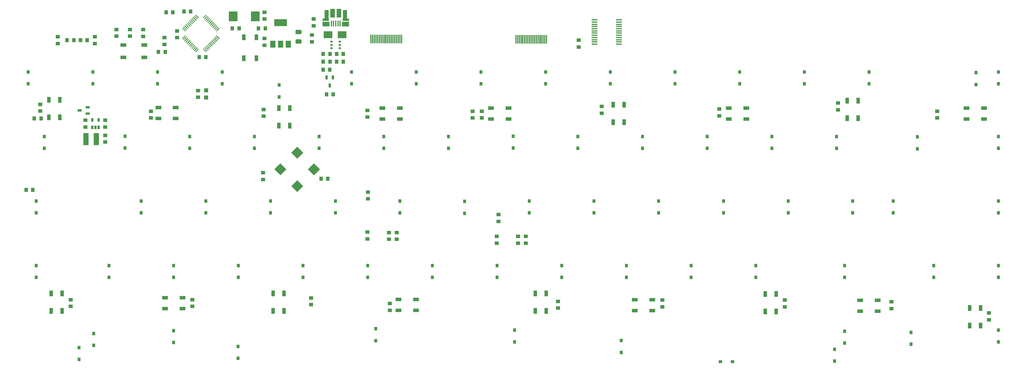
<source format=gbp>
G04 #@! TF.GenerationSoftware,KiCad,Pcbnew,6.0.0-rc1-unknown-ba8647f~66~ubuntu18.04.1*
G04 #@! TF.CreationDate,2018-09-16T18:21:36-07:00*
G04 #@! TF.ProjectId,TS65,545336352E6B696361645F7063620000,0.7*
G04 #@! TF.SameCoordinates,Original*
G04 #@! TF.FileFunction,Paste,Bot*
G04 #@! TF.FilePolarity,Positive*
%FSLAX46Y46*%
G04 Gerber Fmt 4.6, Leading zero omitted, Abs format (unit mm)*
G04 Created by KiCad (PCBNEW 6.0.0-rc1-unknown-ba8647f~66~ubuntu18.04.1) date Sun Sep 16 18:21:36 2018*
%MOMM*%
%LPD*%
G01*
G04 APERTURE LIST*
%ADD10C,0.150000*%
%ADD11C,1.250000*%
%ADD12R,1.200000X0.800100*%
%ADD13R,0.300000X2.600000*%
%ADD14R,1.000000X1.250000*%
%ADD15R,1.250000X1.000000*%
%ADD16R,2.500000X3.000000*%
%ADD17C,0.250000*%
%ADD18R,1.500000X2.000000*%
%ADD19R,3.800000X2.000000*%
%ADD20R,1.800000X1.100000*%
%ADD21R,0.800100X1.200000*%
%ADD22R,0.850900X1.000760*%
%ADD23R,1.000760X0.850900*%
%ADD24R,1.000000X1.651000*%
%ADD25R,1.651000X1.000000*%
%ADD26C,2.500000*%
%ADD27R,2.651760X2.029460*%
%ADD28R,1.500000X3.600000*%
%ADD29R,1.198880X1.198880*%
%ADD30R,1.100000X1.800000*%
%ADD31R,1.750000X0.450000*%
%ADD32R,0.800000X0.550000*%
%ADD33R,0.650000X1.060000*%
%ADD34R,0.400000X1.750000*%
%ADD35R,2.000000X1.400000*%
%ADD36R,1.300000X3.250000*%
%ADD37R,1.825000X0.700000*%
%ADD38R,1.425000X2.500000*%
G04 APERTURE END LIST*
D10*
G04 #@! TO.C,C2*
G36*
X165356504Y-77107204D02*
X165380773Y-77110804D01*
X165404571Y-77116765D01*
X165427671Y-77125030D01*
X165449849Y-77135520D01*
X165470893Y-77148133D01*
X165490598Y-77162747D01*
X165508777Y-77179223D01*
X165525253Y-77197402D01*
X165539867Y-77217107D01*
X165552480Y-77238151D01*
X165562970Y-77260329D01*
X165571235Y-77283429D01*
X165577196Y-77307227D01*
X165580796Y-77331496D01*
X165582000Y-77356000D01*
X165582000Y-78106000D01*
X165580796Y-78130504D01*
X165577196Y-78154773D01*
X165571235Y-78178571D01*
X165562970Y-78201671D01*
X165552480Y-78223849D01*
X165539867Y-78244893D01*
X165525253Y-78264598D01*
X165508777Y-78282777D01*
X165490598Y-78299253D01*
X165470893Y-78313867D01*
X165449849Y-78326480D01*
X165427671Y-78336970D01*
X165404571Y-78345235D01*
X165380773Y-78351196D01*
X165356504Y-78354796D01*
X165332000Y-78356000D01*
X164082000Y-78356000D01*
X164057496Y-78354796D01*
X164033227Y-78351196D01*
X164009429Y-78345235D01*
X163986329Y-78336970D01*
X163964151Y-78326480D01*
X163943107Y-78313867D01*
X163923402Y-78299253D01*
X163905223Y-78282777D01*
X163888747Y-78264598D01*
X163874133Y-78244893D01*
X163861520Y-78223849D01*
X163851030Y-78201671D01*
X163842765Y-78178571D01*
X163836804Y-78154773D01*
X163833204Y-78130504D01*
X163832000Y-78106000D01*
X163832000Y-77356000D01*
X163833204Y-77331496D01*
X163836804Y-77307227D01*
X163842765Y-77283429D01*
X163851030Y-77260329D01*
X163861520Y-77238151D01*
X163874133Y-77217107D01*
X163888747Y-77197402D01*
X163905223Y-77179223D01*
X163923402Y-77162747D01*
X163943107Y-77148133D01*
X163964151Y-77135520D01*
X163986329Y-77125030D01*
X164009429Y-77116765D01*
X164033227Y-77110804D01*
X164057496Y-77107204D01*
X164082000Y-77106000D01*
X165332000Y-77106000D01*
X165356504Y-77107204D01*
X165356504Y-77107204D01*
G37*
D11*
X164707000Y-77731000D03*
D10*
G36*
X165356504Y-74307204D02*
X165380773Y-74310804D01*
X165404571Y-74316765D01*
X165427671Y-74325030D01*
X165449849Y-74335520D01*
X165470893Y-74348133D01*
X165490598Y-74362747D01*
X165508777Y-74379223D01*
X165525253Y-74397402D01*
X165539867Y-74417107D01*
X165552480Y-74438151D01*
X165562970Y-74460329D01*
X165571235Y-74483429D01*
X165577196Y-74507227D01*
X165580796Y-74531496D01*
X165582000Y-74556000D01*
X165582000Y-75306000D01*
X165580796Y-75330504D01*
X165577196Y-75354773D01*
X165571235Y-75378571D01*
X165562970Y-75401671D01*
X165552480Y-75423849D01*
X165539867Y-75444893D01*
X165525253Y-75464598D01*
X165508777Y-75482777D01*
X165490598Y-75499253D01*
X165470893Y-75513867D01*
X165449849Y-75526480D01*
X165427671Y-75536970D01*
X165404571Y-75545235D01*
X165380773Y-75551196D01*
X165356504Y-75554796D01*
X165332000Y-75556000D01*
X164082000Y-75556000D01*
X164057496Y-75554796D01*
X164033227Y-75551196D01*
X164009429Y-75545235D01*
X163986329Y-75536970D01*
X163964151Y-75526480D01*
X163943107Y-75513867D01*
X163923402Y-75499253D01*
X163905223Y-75482777D01*
X163888747Y-75464598D01*
X163874133Y-75444893D01*
X163861520Y-75423849D01*
X163851030Y-75401671D01*
X163842765Y-75378571D01*
X163836804Y-75354773D01*
X163833204Y-75330504D01*
X163832000Y-75306000D01*
X163832000Y-74556000D01*
X163833204Y-74531496D01*
X163836804Y-74507227D01*
X163842765Y-74483429D01*
X163851030Y-74460329D01*
X163861520Y-74438151D01*
X163874133Y-74417107D01*
X163888747Y-74397402D01*
X163905223Y-74379223D01*
X163923402Y-74362747D01*
X163943107Y-74348133D01*
X163964151Y-74335520D01*
X163986329Y-74325030D01*
X164009429Y-74316765D01*
X164033227Y-74310804D01*
X164057496Y-74307204D01*
X164082000Y-74306000D01*
X165332000Y-74306000D01*
X165356504Y-74307204D01*
X165356504Y-74307204D01*
G37*
D11*
X164707000Y-74931000D03*
G04 #@! TD*
D12*
G04 #@! TO.C,Q2*
X100255860Y-98081000D03*
X102658140Y-99031000D03*
X102658140Y-97131000D03*
G04 #@! TD*
D13*
G04 #@! TO.C,J3*
X195047000Y-77031000D03*
X194547000Y-77031000D03*
X194047000Y-77031000D03*
X193547000Y-77031000D03*
X193047000Y-77031000D03*
X192547000Y-77031000D03*
X192047000Y-77031000D03*
X191547000Y-77031000D03*
X191047000Y-77031000D03*
X186047000Y-77031000D03*
X186547000Y-77031000D03*
X187047000Y-77031000D03*
X187547000Y-77031000D03*
X188047000Y-77031000D03*
X188547000Y-77031000D03*
X189047000Y-77031000D03*
X189547000Y-77031000D03*
X190047000Y-77031000D03*
X190547000Y-77031000D03*
G04 #@! TD*
G04 #@! TO.C,J2*
X237767000Y-77051000D03*
X237267000Y-77051000D03*
X236767000Y-77051000D03*
X236267000Y-77051000D03*
X235767000Y-77051000D03*
X235267000Y-77051000D03*
X234767000Y-77051000D03*
X234267000Y-77051000D03*
X233767000Y-77051000D03*
X228767000Y-77051000D03*
X229267000Y-77051000D03*
X229767000Y-77051000D03*
X230267000Y-77051000D03*
X230767000Y-77051000D03*
X231267000Y-77051000D03*
X231767000Y-77051000D03*
X232267000Y-77051000D03*
X232767000Y-77051000D03*
X233267000Y-77051000D03*
G04 #@! TD*
D14*
G04 #@! TO.C,R9*
X125457000Y-80831000D03*
X123457000Y-80831000D03*
G04 #@! TD*
D15*
G04 #@! TO.C,R8*
X125207000Y-78581000D03*
X125207000Y-76581000D03*
G04 #@! TD*
D16*
G04 #@! TO.C,Y1*
X151957000Y-70331000D03*
X145457000Y-70331000D03*
G04 #@! TD*
D17*
G04 #@! TO.C,U7*
X134825629Y-70310542D03*
D10*
G36*
X135373637Y-70681773D02*
X135196860Y-70858550D01*
X134277621Y-69939311D01*
X134454398Y-69762534D01*
X135373637Y-70681773D01*
X135373637Y-70681773D01*
G37*
D17*
X134472076Y-70664095D03*
D10*
G36*
X135020084Y-71035326D02*
X134843307Y-71212103D01*
X133924068Y-70292864D01*
X134100845Y-70116087D01*
X135020084Y-71035326D01*
X135020084Y-71035326D01*
G37*
D17*
X134118522Y-71017649D03*
D10*
G36*
X134666530Y-71388880D02*
X134489753Y-71565657D01*
X133570514Y-70646418D01*
X133747291Y-70469641D01*
X134666530Y-71388880D01*
X134666530Y-71388880D01*
G37*
D17*
X133764969Y-71371202D03*
D10*
G36*
X134312977Y-71742433D02*
X134136200Y-71919210D01*
X133216961Y-70999971D01*
X133393738Y-70823194D01*
X134312977Y-71742433D01*
X134312977Y-71742433D01*
G37*
D17*
X133411416Y-71724755D03*
D10*
G36*
X133959424Y-72095986D02*
X133782647Y-72272763D01*
X132863408Y-71353524D01*
X133040185Y-71176747D01*
X133959424Y-72095986D01*
X133959424Y-72095986D01*
G37*
D17*
X133057862Y-72078309D03*
D10*
G36*
X133605870Y-72449540D02*
X133429093Y-72626317D01*
X132509854Y-71707078D01*
X132686631Y-71530301D01*
X133605870Y-72449540D01*
X133605870Y-72449540D01*
G37*
D17*
X132704309Y-72431862D03*
D10*
G36*
X133252317Y-72803093D02*
X133075540Y-72979870D01*
X132156301Y-72060631D01*
X132333078Y-71883854D01*
X133252317Y-72803093D01*
X133252317Y-72803093D01*
G37*
D17*
X132350755Y-72785416D03*
D10*
G36*
X132898763Y-73156647D02*
X132721986Y-73333424D01*
X131802747Y-72414185D01*
X131979524Y-72237408D01*
X132898763Y-73156647D01*
X132898763Y-73156647D01*
G37*
D17*
X131997202Y-73138969D03*
D10*
G36*
X132545210Y-73510200D02*
X132368433Y-73686977D01*
X131449194Y-72767738D01*
X131625971Y-72590961D01*
X132545210Y-73510200D01*
X132545210Y-73510200D01*
G37*
D17*
X131643649Y-73492522D03*
D10*
G36*
X132191657Y-73863753D02*
X132014880Y-74040530D01*
X131095641Y-73121291D01*
X131272418Y-72944514D01*
X132191657Y-73863753D01*
X132191657Y-73863753D01*
G37*
D17*
X131290095Y-73846076D03*
D10*
G36*
X131838103Y-74217307D02*
X131661326Y-74394084D01*
X130742087Y-73474845D01*
X130918864Y-73298068D01*
X131838103Y-74217307D01*
X131838103Y-74217307D01*
G37*
D17*
X130936542Y-74199629D03*
D10*
G36*
X131484550Y-74570860D02*
X131307773Y-74747637D01*
X130388534Y-73828398D01*
X130565311Y-73651621D01*
X131484550Y-74570860D01*
X131484550Y-74570860D01*
G37*
D17*
X130936542Y-76462371D03*
D10*
G36*
X131307773Y-75914363D02*
X131484550Y-76091140D01*
X130565311Y-77010379D01*
X130388534Y-76833602D01*
X131307773Y-75914363D01*
X131307773Y-75914363D01*
G37*
D17*
X131290095Y-76815924D03*
D10*
G36*
X131661326Y-76267916D02*
X131838103Y-76444693D01*
X130918864Y-77363932D01*
X130742087Y-77187155D01*
X131661326Y-76267916D01*
X131661326Y-76267916D01*
G37*
D17*
X131643649Y-77169478D03*
D10*
G36*
X132014880Y-76621470D02*
X132191657Y-76798247D01*
X131272418Y-77717486D01*
X131095641Y-77540709D01*
X132014880Y-76621470D01*
X132014880Y-76621470D01*
G37*
D17*
X131997202Y-77523031D03*
D10*
G36*
X132368433Y-76975023D02*
X132545210Y-77151800D01*
X131625971Y-78071039D01*
X131449194Y-77894262D01*
X132368433Y-76975023D01*
X132368433Y-76975023D01*
G37*
D17*
X132350755Y-77876584D03*
D10*
G36*
X132721986Y-77328576D02*
X132898763Y-77505353D01*
X131979524Y-78424592D01*
X131802747Y-78247815D01*
X132721986Y-77328576D01*
X132721986Y-77328576D01*
G37*
D17*
X132704309Y-78230138D03*
D10*
G36*
X133075540Y-77682130D02*
X133252317Y-77858907D01*
X132333078Y-78778146D01*
X132156301Y-78601369D01*
X133075540Y-77682130D01*
X133075540Y-77682130D01*
G37*
D17*
X133057862Y-78583691D03*
D10*
G36*
X133429093Y-78035683D02*
X133605870Y-78212460D01*
X132686631Y-79131699D01*
X132509854Y-78954922D01*
X133429093Y-78035683D01*
X133429093Y-78035683D01*
G37*
D17*
X133411416Y-78937245D03*
D10*
G36*
X133782647Y-78389237D02*
X133959424Y-78566014D01*
X133040185Y-79485253D01*
X132863408Y-79308476D01*
X133782647Y-78389237D01*
X133782647Y-78389237D01*
G37*
D17*
X133764969Y-79290798D03*
D10*
G36*
X134136200Y-78742790D02*
X134312977Y-78919567D01*
X133393738Y-79838806D01*
X133216961Y-79662029D01*
X134136200Y-78742790D01*
X134136200Y-78742790D01*
G37*
D17*
X134118522Y-79644351D03*
D10*
G36*
X134489753Y-79096343D02*
X134666530Y-79273120D01*
X133747291Y-80192359D01*
X133570514Y-80015582D01*
X134489753Y-79096343D01*
X134489753Y-79096343D01*
G37*
D17*
X134472076Y-79997905D03*
D10*
G36*
X134843307Y-79449897D02*
X135020084Y-79626674D01*
X134100845Y-80545913D01*
X133924068Y-80369136D01*
X134843307Y-79449897D01*
X134843307Y-79449897D01*
G37*
D17*
X134825629Y-80351458D03*
D10*
G36*
X135196860Y-79803450D02*
X135373637Y-79980227D01*
X134454398Y-80899466D01*
X134277621Y-80722689D01*
X135196860Y-79803450D01*
X135196860Y-79803450D01*
G37*
D17*
X137088371Y-80351458D03*
D10*
G36*
X137636379Y-80722689D02*
X137459602Y-80899466D01*
X136540363Y-79980227D01*
X136717140Y-79803450D01*
X137636379Y-80722689D01*
X137636379Y-80722689D01*
G37*
D17*
X137441924Y-79997905D03*
D10*
G36*
X137989932Y-80369136D02*
X137813155Y-80545913D01*
X136893916Y-79626674D01*
X137070693Y-79449897D01*
X137989932Y-80369136D01*
X137989932Y-80369136D01*
G37*
D17*
X137795478Y-79644351D03*
D10*
G36*
X138343486Y-80015582D02*
X138166709Y-80192359D01*
X137247470Y-79273120D01*
X137424247Y-79096343D01*
X138343486Y-80015582D01*
X138343486Y-80015582D01*
G37*
D17*
X138149031Y-79290798D03*
D10*
G36*
X138697039Y-79662029D02*
X138520262Y-79838806D01*
X137601023Y-78919567D01*
X137777800Y-78742790D01*
X138697039Y-79662029D01*
X138697039Y-79662029D01*
G37*
D17*
X138502584Y-78937245D03*
D10*
G36*
X139050592Y-79308476D02*
X138873815Y-79485253D01*
X137954576Y-78566014D01*
X138131353Y-78389237D01*
X139050592Y-79308476D01*
X139050592Y-79308476D01*
G37*
D17*
X138856138Y-78583691D03*
D10*
G36*
X139404146Y-78954922D02*
X139227369Y-79131699D01*
X138308130Y-78212460D01*
X138484907Y-78035683D01*
X139404146Y-78954922D01*
X139404146Y-78954922D01*
G37*
D17*
X139209691Y-78230138D03*
D10*
G36*
X139757699Y-78601369D02*
X139580922Y-78778146D01*
X138661683Y-77858907D01*
X138838460Y-77682130D01*
X139757699Y-78601369D01*
X139757699Y-78601369D01*
G37*
D17*
X139563245Y-77876584D03*
D10*
G36*
X140111253Y-78247815D02*
X139934476Y-78424592D01*
X139015237Y-77505353D01*
X139192014Y-77328576D01*
X140111253Y-78247815D01*
X140111253Y-78247815D01*
G37*
D17*
X139916798Y-77523031D03*
D10*
G36*
X140464806Y-77894262D02*
X140288029Y-78071039D01*
X139368790Y-77151800D01*
X139545567Y-76975023D01*
X140464806Y-77894262D01*
X140464806Y-77894262D01*
G37*
D17*
X140270351Y-77169478D03*
D10*
G36*
X140818359Y-77540709D02*
X140641582Y-77717486D01*
X139722343Y-76798247D01*
X139899120Y-76621470D01*
X140818359Y-77540709D01*
X140818359Y-77540709D01*
G37*
D17*
X140623905Y-76815924D03*
D10*
G36*
X141171913Y-77187155D02*
X140995136Y-77363932D01*
X140075897Y-76444693D01*
X140252674Y-76267916D01*
X141171913Y-77187155D01*
X141171913Y-77187155D01*
G37*
D17*
X140977458Y-76462371D03*
D10*
G36*
X141525466Y-76833602D02*
X141348689Y-77010379D01*
X140429450Y-76091140D01*
X140606227Y-75914363D01*
X141525466Y-76833602D01*
X141525466Y-76833602D01*
G37*
D17*
X140977458Y-74199629D03*
D10*
G36*
X141348689Y-73651621D02*
X141525466Y-73828398D01*
X140606227Y-74747637D01*
X140429450Y-74570860D01*
X141348689Y-73651621D01*
X141348689Y-73651621D01*
G37*
D17*
X140623905Y-73846076D03*
D10*
G36*
X140995136Y-73298068D02*
X141171913Y-73474845D01*
X140252674Y-74394084D01*
X140075897Y-74217307D01*
X140995136Y-73298068D01*
X140995136Y-73298068D01*
G37*
D17*
X140270351Y-73492522D03*
D10*
G36*
X140641582Y-72944514D02*
X140818359Y-73121291D01*
X139899120Y-74040530D01*
X139722343Y-73863753D01*
X140641582Y-72944514D01*
X140641582Y-72944514D01*
G37*
D17*
X139916798Y-73138969D03*
D10*
G36*
X140288029Y-72590961D02*
X140464806Y-72767738D01*
X139545567Y-73686977D01*
X139368790Y-73510200D01*
X140288029Y-72590961D01*
X140288029Y-72590961D01*
G37*
D17*
X139563245Y-72785416D03*
D10*
G36*
X139934476Y-72237408D02*
X140111253Y-72414185D01*
X139192014Y-73333424D01*
X139015237Y-73156647D01*
X139934476Y-72237408D01*
X139934476Y-72237408D01*
G37*
D17*
X139209691Y-72431862D03*
D10*
G36*
X139580922Y-71883854D02*
X139757699Y-72060631D01*
X138838460Y-72979870D01*
X138661683Y-72803093D01*
X139580922Y-71883854D01*
X139580922Y-71883854D01*
G37*
D17*
X138856138Y-72078309D03*
D10*
G36*
X139227369Y-71530301D02*
X139404146Y-71707078D01*
X138484907Y-72626317D01*
X138308130Y-72449540D01*
X139227369Y-71530301D01*
X139227369Y-71530301D01*
G37*
D17*
X138502584Y-71724755D03*
D10*
G36*
X138873815Y-71176747D02*
X139050592Y-71353524D01*
X138131353Y-72272763D01*
X137954576Y-72095986D01*
X138873815Y-71176747D01*
X138873815Y-71176747D01*
G37*
D17*
X138149031Y-71371202D03*
D10*
G36*
X138520262Y-70823194D02*
X138697039Y-70999971D01*
X137777800Y-71919210D01*
X137601023Y-71742433D01*
X138520262Y-70823194D01*
X138520262Y-70823194D01*
G37*
D17*
X137795478Y-71017649D03*
D10*
G36*
X138166709Y-70469641D02*
X138343486Y-70646418D01*
X137424247Y-71565657D01*
X137247470Y-71388880D01*
X138166709Y-70469641D01*
X138166709Y-70469641D01*
G37*
D17*
X137441924Y-70664095D03*
D10*
G36*
X137813155Y-70116087D02*
X137989932Y-70292864D01*
X137070693Y-71212103D01*
X136893916Y-71035326D01*
X137813155Y-70116087D01*
X137813155Y-70116087D01*
G37*
D17*
X137088371Y-70310542D03*
D10*
G36*
X137459602Y-69762534D02*
X137636379Y-69939311D01*
X136717140Y-70858550D01*
X136540363Y-70681773D01*
X137459602Y-69762534D01*
X137459602Y-69762534D01*
G37*
G04 #@! TD*
D18*
G04 #@! TO.C,U6*
X161757000Y-78481000D03*
X157157000Y-78481000D03*
X159457000Y-78481000D03*
D19*
X159457000Y-72181000D03*
G04 #@! TD*
D20*
G04 #@! TO.C,S3*
X119307000Y-78731000D03*
X119307000Y-82431000D03*
X113107000Y-78731000D03*
X113107000Y-82431000D03*
G04 #@! TD*
D14*
G04 #@! TO.C,R7*
X125707000Y-69081000D03*
X127707000Y-69081000D03*
G04 #@! TD*
D15*
G04 #@! TO.C,R6*
X168707000Y-75831000D03*
X168707000Y-77831000D03*
G04 #@! TD*
G04 #@! TO.C,R5*
X169207000Y-73081000D03*
X169207000Y-71081000D03*
G04 #@! TD*
D14*
G04 #@! TO.C,R2*
X172957000Y-93331000D03*
X174957000Y-93331000D03*
G04 #@! TD*
G04 #@! TO.C,R1*
X173957000Y-86081000D03*
X171957000Y-86081000D03*
G04 #@! TD*
D21*
G04 #@! TO.C,Q1*
X173907000Y-90733280D03*
X174857000Y-88331000D03*
X172957000Y-88331000D03*
G04 #@! TD*
D14*
G04 #@! TO.C,C9*
X132957000Y-68831000D03*
X130957000Y-68831000D03*
G04 #@! TD*
D15*
G04 #@! TO.C,C7*
X128957000Y-74581000D03*
X128957000Y-76581000D03*
G04 #@! TD*
D14*
G04 #@! TO.C,C5*
X135457000Y-82331000D03*
X137457000Y-82331000D03*
G04 #@! TD*
G04 #@! TO.C,C4*
X145207000Y-73831000D03*
X147207000Y-73831000D03*
G04 #@! TD*
D15*
G04 #@! TO.C,C3*
X154707000Y-71081000D03*
X154707000Y-69081000D03*
G04 #@! TD*
D22*
G04 #@! TO.C,D1:5*
X159004000Y-90576400D03*
X159004000Y-94076520D03*
G04 #@! TD*
G04 #@! TO.C,D3:1*
X87446100Y-128320800D03*
X87446100Y-124820680D03*
G04 #@! TD*
G04 #@! TO.C,D3:2*
X118403100Y-128320800D03*
X118403100Y-124820680D03*
G04 #@! TD*
G04 #@! TO.C,D3:3*
X137453100Y-128320800D03*
X137453100Y-124820680D03*
G04 #@! TD*
G04 #@! TO.C,D3:4*
X156503100Y-128320800D03*
X156503100Y-124820680D03*
G04 #@! TD*
G04 #@! TO.C,D3:5*
X175569100Y-128320800D03*
X175569100Y-124820680D03*
G04 #@! TD*
G04 #@! TO.C,D3:6*
X194602100Y-128320800D03*
X194602100Y-124820680D03*
G04 #@! TD*
G04 #@! TO.C,D2:1*
X89829100Y-109270800D03*
X89829100Y-105770680D03*
G04 #@! TD*
G04 #@! TO.C,D2:2*
X113640100Y-109200800D03*
X113640100Y-105700680D03*
G04 #@! TD*
G04 #@! TO.C,D2:3*
X132690100Y-109270800D03*
X132690100Y-105770680D03*
G04 #@! TD*
G04 #@! TO.C,D2:5*
X170790100Y-109270800D03*
X170790100Y-105770680D03*
G04 #@! TD*
G04 #@! TO.C,D2:6*
X189836100Y-109270800D03*
X189836100Y-105770680D03*
G04 #@! TD*
G04 #@! TO.C,D1:1*
X85064600Y-90220800D03*
X85064600Y-86720680D03*
G04 #@! TD*
G04 #@! TO.C,D1:2*
X104114600Y-90220800D03*
X104114600Y-86720680D03*
G04 #@! TD*
G04 #@! TO.C,D1:6*
X180315100Y-90220800D03*
X180315100Y-86720680D03*
G04 #@! TD*
G04 #@! TO.C,D1:4*
X142214600Y-90220800D03*
X142214600Y-86720680D03*
G04 #@! TD*
G04 #@! TO.C,D1:3*
X123164600Y-90220800D03*
X123164600Y-86720680D03*
G04 #@! TD*
G04 #@! TO.C,D2:4*
X151740100Y-109270800D03*
X151740100Y-105770680D03*
G04 #@! TD*
G04 #@! TO.C,D5:1*
X100076000Y-171582080D03*
X100076000Y-168081960D03*
G04 #@! TD*
G04 #@! TO.C,D5:2*
X104394000Y-167449500D03*
X104394000Y-163949380D03*
G04 #@! TD*
G04 #@! TO.C,D5:3*
X127914400Y-166611300D03*
X127914400Y-163111180D03*
G04 #@! TD*
G04 #@! TO.C,D5:4*
X146926300Y-171213780D03*
X146926300Y-167713660D03*
G04 #@! TD*
G04 #@! TO.C,D5:5*
X187490100Y-166039800D03*
X187490100Y-162539680D03*
G04 #@! TD*
G04 #@! TO.C,D1:7*
X199365100Y-90220800D03*
X199365100Y-86720680D03*
G04 #@! TD*
G04 #@! TO.C,D4:1*
X87446100Y-147370800D03*
X87446100Y-143870680D03*
G04 #@! TD*
G04 #@! TO.C,D4:2*
X108879100Y-147370800D03*
X108879100Y-143870680D03*
G04 #@! TD*
G04 #@! TO.C,D4:3*
X127927100Y-147370800D03*
X127927100Y-143870680D03*
G04 #@! TD*
G04 #@! TO.C,D4:4*
X146977100Y-147370800D03*
X146977100Y-143870680D03*
G04 #@! TD*
G04 #@! TO.C,D4:5*
X166029100Y-147370800D03*
X166029100Y-143870680D03*
G04 #@! TD*
G04 #@! TO.C,D4:6*
X185077100Y-147370800D03*
X185077100Y-143870680D03*
G04 #@! TD*
G04 #@! TO.C,D4:7*
X204127100Y-147370800D03*
X204127100Y-143870680D03*
G04 #@! TD*
G04 #@! TO.C,D1:12*
X294615100Y-90220800D03*
X294615100Y-86720680D03*
G04 #@! TD*
G04 #@! TO.C,D3:8*
X213652100Y-128447800D03*
X213652100Y-124947680D03*
G04 #@! TD*
G04 #@! TO.C,D3:9*
X232703100Y-128320800D03*
X232703100Y-124820680D03*
G04 #@! TD*
G04 #@! TO.C,D3:10*
X251753600Y-128320800D03*
X251753600Y-124820680D03*
G04 #@! TD*
G04 #@! TO.C,D3:11*
X270803100Y-128320800D03*
X270803100Y-124820680D03*
G04 #@! TD*
G04 #@! TO.C,D3:12*
X289869100Y-128320800D03*
X289869100Y-124820680D03*
G04 #@! TD*
G04 #@! TO.C,D3:13*
X308919100Y-128320800D03*
X308919100Y-124820680D03*
G04 #@! TD*
G04 #@! TO.C,D2:8*
X208919100Y-109270800D03*
X208919100Y-105770680D03*
G04 #@! TD*
G04 #@! TO.C,D2:9*
X227940100Y-109200800D03*
X227940100Y-105700680D03*
G04 #@! TD*
G04 #@! TO.C,D2:10*
X246990100Y-109270800D03*
X246990100Y-105770680D03*
G04 #@! TD*
G04 #@! TO.C,D2:12*
X285090100Y-109270800D03*
X285090100Y-105770680D03*
G04 #@! TD*
G04 #@! TO.C,D2:13*
X304140100Y-109270800D03*
X304140100Y-105770680D03*
G04 #@! TD*
G04 #@! TO.C,D1:8*
X218414600Y-90220800D03*
X218414600Y-86720680D03*
G04 #@! TD*
G04 #@! TO.C,D1:9*
X237464600Y-90220800D03*
X237464600Y-86720680D03*
G04 #@! TD*
G04 #@! TO.C,D1:13*
X313665100Y-90220800D03*
X313665100Y-86720680D03*
G04 #@! TD*
G04 #@! TO.C,D1:11*
X275564600Y-90220800D03*
X275564600Y-86720680D03*
G04 #@! TD*
G04 #@! TO.C,D1:10*
X256514600Y-90220800D03*
X256514600Y-86720680D03*
G04 #@! TD*
G04 #@! TO.C,D2:11*
X266040100Y-109270800D03*
X266040100Y-105770680D03*
G04 #@! TD*
G04 #@! TO.C,D5:8*
X228358700Y-166395400D03*
X228358700Y-162895280D03*
G04 #@! TD*
G04 #@! TO.C,D5:10*
X259803900Y-169519600D03*
X259803900Y-166019480D03*
G04 #@! TD*
G04 #@! TO.C,D5:12*
X322605400Y-172085000D03*
X322605400Y-168584880D03*
G04 #@! TD*
D23*
G04 #@! TO.C,D5:11*
X292493700Y-172250100D03*
X288993580Y-172250100D03*
G04 #@! TD*
D22*
G04 #@! TO.C,D5:13*
X325589900Y-166751000D03*
X325589900Y-163250880D03*
G04 #@! TD*
G04 #@! TO.C,D4:8*
X223179100Y-147370800D03*
X223179100Y-143870680D03*
G04 #@! TD*
G04 #@! TO.C,D4:9*
X242229100Y-147370800D03*
X242229100Y-143870680D03*
G04 #@! TD*
G04 #@! TO.C,D4:10*
X261277100Y-147370800D03*
X261277100Y-143870680D03*
G04 #@! TD*
G04 #@! TO.C,D4:11*
X280327100Y-147370800D03*
X280327100Y-143870680D03*
G04 #@! TD*
G04 #@! TO.C,D4:12*
X299379100Y-147370800D03*
X299379100Y-143870680D03*
G04 #@! TD*
G04 #@! TO.C,D4:13*
X325571100Y-147370800D03*
X325571100Y-143870680D03*
G04 #@! TD*
G04 #@! TO.C,D4:15*
X351765100Y-147370800D03*
X351765100Y-143870680D03*
G04 #@! TD*
G04 #@! TO.C,D2:14*
X323190100Y-109270800D03*
X323190100Y-105770680D03*
G04 #@! TD*
G04 #@! TO.C,D4:16*
X370815100Y-147370800D03*
X370815100Y-143870680D03*
G04 #@! TD*
G04 #@! TO.C,D1:16*
X370815100Y-90220800D03*
X370815100Y-86720680D03*
G04 #@! TD*
G04 #@! TO.C,D1:15*
X364248700Y-90436700D03*
X364248700Y-86936580D03*
G04 #@! TD*
G04 #@! TO.C,D2:16*
X370815100Y-109270800D03*
X370815100Y-105770680D03*
G04 #@! TD*
G04 #@! TO.C,D2:15*
X346992100Y-109397800D03*
X346992100Y-105897680D03*
G04 #@! TD*
G04 #@! TO.C,D3:16*
X370815100Y-128320800D03*
X370815100Y-124820680D03*
G04 #@! TD*
G04 #@! TO.C,D3:15*
X339869100Y-128320800D03*
X339869100Y-124820680D03*
G04 #@! TD*
G04 #@! TO.C,D1:14*
X332719100Y-90220800D03*
X332719100Y-86720680D03*
G04 #@! TD*
G04 #@! TO.C,D5:16*
X370815100Y-166420800D03*
X370815100Y-162920680D03*
G04 #@! TD*
G04 #@! TO.C,D5:15*
X345109800Y-167068500D03*
X345109800Y-163568380D03*
G04 #@! TD*
G04 #@! TO.C,D3:14*
X327919100Y-128320800D03*
X327919100Y-124820680D03*
G04 #@! TD*
D24*
G04 #@! TO.C,LEDG2*
X91237000Y-94959000D03*
X91237000Y-100113000D03*
X94437000Y-100113000D03*
X94437000Y-94959000D03*
G04 #@! TD*
D25*
G04 #@! TO.C,LEDG3*
X128577000Y-97206000D03*
X123423000Y-97206000D03*
X123423000Y-100406000D03*
X128577000Y-100406000D03*
G04 #@! TD*
D24*
G04 #@! TO.C,LEDG4*
X158928000Y-97372000D03*
X158928000Y-102526000D03*
X162128000Y-102526000D03*
X162128000Y-97372000D03*
G04 #@! TD*
D25*
G04 #@! TO.C,LEDG5*
X194577000Y-97400000D03*
X189423000Y-97400000D03*
X189423000Y-100600000D03*
X194577000Y-100600000D03*
G04 #@! TD*
G04 #@! TO.C,LEDG6*
X194146000Y-157100000D03*
X199300000Y-157100000D03*
X199300000Y-153900000D03*
X194146000Y-153900000D03*
G04 #@! TD*
D24*
G04 #@! TO.C,LEDG7*
X160477000Y-157263000D03*
X160477000Y-152109000D03*
X157277000Y-152109000D03*
X157277000Y-157263000D03*
G04 #@! TD*
D25*
G04 #@! TO.C,LEDG8*
X125423000Y-156600000D03*
X130577000Y-156600000D03*
X130577000Y-153400000D03*
X125423000Y-153400000D03*
G04 #@! TD*
D24*
G04 #@! TO.C,LEDG9*
X95072000Y-157263000D03*
X95072000Y-152109000D03*
X91872000Y-152109000D03*
X91872000Y-157263000D03*
G04 #@! TD*
D25*
G04 #@! TO.C,LEDG11*
X226577000Y-97400000D03*
X221423000Y-97400000D03*
X221423000Y-100600000D03*
X226577000Y-100600000D03*
G04 #@! TD*
D24*
G04 #@! TO.C,LEDG12*
X257400000Y-96423000D03*
X257400000Y-101577000D03*
X260600000Y-101577000D03*
X260600000Y-96423000D03*
G04 #@! TD*
D25*
G04 #@! TO.C,LEDG13*
X296577000Y-97400000D03*
X291423000Y-97400000D03*
X291423000Y-100600000D03*
X296577000Y-100600000D03*
G04 #@! TD*
D24*
G04 #@! TO.C,LEDG14*
X326314000Y-95213000D03*
X326314000Y-100367000D03*
X329514000Y-100367000D03*
X329514000Y-95213000D03*
G04 #@! TD*
D25*
G04 #@! TO.C,LEDG15*
X366577000Y-97400000D03*
X361423000Y-97400000D03*
X361423000Y-100600000D03*
X366577000Y-100600000D03*
G04 #@! TD*
D24*
G04 #@! TO.C,LEDG16*
X365600000Y-161577000D03*
X365600000Y-156423000D03*
X362400000Y-156423000D03*
X362400000Y-161577000D03*
G04 #@! TD*
D25*
G04 #@! TO.C,LEDG17*
X330163000Y-157302000D03*
X335317000Y-157302000D03*
X335317000Y-154102000D03*
X330163000Y-154102000D03*
G04 #@! TD*
D24*
G04 #@! TO.C,LEDG18*
X305384000Y-157390000D03*
X305384000Y-152236000D03*
X302184000Y-152236000D03*
X302184000Y-157390000D03*
G04 #@! TD*
D25*
G04 #@! TO.C,LEDG19*
X263742000Y-157175000D03*
X268896000Y-157175000D03*
X268896000Y-153975000D03*
X263742000Y-153975000D03*
G04 #@! TD*
D24*
G04 #@! TO.C,LEDG20*
X237693000Y-157263000D03*
X237693000Y-152109000D03*
X234493000Y-152109000D03*
X234493000Y-157263000D03*
G04 #@! TD*
D14*
G04 #@! TO.C,RCL1*
X86487000Y-121539000D03*
X84487000Y-121539000D03*
G04 #@! TD*
D15*
G04 #@! TO.C,R23*
X216027000Y-100314000D03*
X216027000Y-98314000D03*
G04 #@! TD*
G04 #@! TO.C,R13_2*
X223647000Y-130810000D03*
X223647000Y-128810000D03*
G04 #@! TD*
G04 #@! TO.C,CLED20*
X241173000Y-156448000D03*
X241173000Y-154448000D03*
G04 #@! TD*
G04 #@! TO.C,CLED19*
X271907000Y-156067000D03*
X271907000Y-154067000D03*
G04 #@! TD*
G04 #@! TO.C,CLED18*
X307975000Y-156067000D03*
X307975000Y-154067000D03*
G04 #@! TD*
G04 #@! TO.C,CLED17*
X339344000Y-156575000D03*
X339344000Y-154575000D03*
G04 #@! TD*
G04 #@! TO.C,CLED16*
X368046000Y-159877000D03*
X368046000Y-157877000D03*
G04 #@! TD*
G04 #@! TO.C,CLED15*
X352806000Y-100314000D03*
X352806000Y-98314000D03*
G04 #@! TD*
G04 #@! TO.C,CLED14*
X323596000Y-97901000D03*
X323596000Y-95901000D03*
G04 #@! TD*
G04 #@! TO.C,CLED13*
X288671000Y-99679000D03*
X288671000Y-97679000D03*
G04 #@! TD*
G04 #@! TO.C,CLED12*
X254000000Y-98917000D03*
X254000000Y-96917000D03*
G04 #@! TD*
G04 #@! TO.C,CLED11*
X218694000Y-100314000D03*
X218694000Y-98314000D03*
G04 #@! TD*
G04 #@! TO.C,CLED9*
X97663000Y-155940000D03*
X97663000Y-153940000D03*
G04 #@! TD*
G04 #@! TO.C,CLED8*
X133477000Y-155940000D03*
X133477000Y-153940000D03*
G04 #@! TD*
G04 #@! TO.C,CLED7*
X168402000Y-155432000D03*
X168402000Y-153432000D03*
G04 #@! TD*
G04 #@! TO.C,CLED6*
X191643000Y-157083000D03*
X191643000Y-155083000D03*
G04 #@! TD*
G04 #@! TO.C,CLED5*
X185039000Y-100060000D03*
X185039000Y-98060000D03*
G04 #@! TD*
G04 #@! TO.C,CLED4*
X154432000Y-99806000D03*
X154432000Y-97806000D03*
G04 #@! TD*
G04 #@! TO.C,CLED3*
X121285000Y-100314000D03*
X121285000Y-98314000D03*
G04 #@! TD*
G04 #@! TO.C,CLED2*
X88646000Y-98282000D03*
X88646000Y-96282000D03*
G04 #@! TD*
G04 #@! TO.C,C20_2*
X229362000Y-135271000D03*
X229362000Y-137271000D03*
G04 #@! TD*
G04 #@! TO.C,C6*
X247269000Y-77359000D03*
X247269000Y-79359000D03*
G04 #@! TD*
D26*
G04 #@! TO.C,BZ1*
X164338000Y-120392747D03*
D10*
G36*
X164338000Y-122160514D02*
X162570233Y-120392747D01*
X164338000Y-118624980D01*
X166105767Y-120392747D01*
X164338000Y-122160514D01*
X164338000Y-122160514D01*
G37*
D26*
X169287747Y-115443000D03*
D10*
G36*
X169287747Y-117210767D02*
X167519980Y-115443000D01*
X169287747Y-113675233D01*
X171055514Y-115443000D01*
X169287747Y-117210767D01*
X169287747Y-117210767D01*
G37*
D26*
X164338000Y-110493253D03*
D10*
G36*
X164338000Y-112261020D02*
X162570233Y-110493253D01*
X164338000Y-108725486D01*
X166105767Y-110493253D01*
X164338000Y-112261020D01*
X164338000Y-112261020D01*
G37*
D26*
X159388253Y-115443000D03*
D10*
G36*
X159388253Y-117210767D02*
X157620486Y-115443000D01*
X159388253Y-113675233D01*
X161156020Y-115443000D01*
X159388253Y-117210767D01*
X159388253Y-117210767D01*
G37*
G04 #@! TD*
D14*
G04 #@! TO.C,C1*
X175911000Y-83693000D03*
X177911000Y-83693000D03*
G04 #@! TD*
G04 #@! TO.C,C8*
X173339000Y-118237000D03*
X171339000Y-118237000D03*
G04 #@! TD*
G04 #@! TO.C,C10*
X102473000Y-77343000D03*
X100473000Y-77343000D03*
G04 #@! TD*
G04 #@! TO.C,C11*
X96536000Y-77343000D03*
X98536000Y-77343000D03*
G04 #@! TD*
G04 #@! TO.C,C12*
X175911000Y-81407000D03*
X177911000Y-81407000D03*
G04 #@! TD*
G04 #@! TO.C,C13*
X152957000Y-73831000D03*
X154957000Y-73831000D03*
G04 #@! TD*
D15*
G04 #@! TO.C,C17*
X101981000Y-100981000D03*
X101981000Y-102981000D03*
G04 #@! TD*
G04 #@! TO.C,C18*
X107823000Y-107426000D03*
X107823000Y-105426000D03*
G04 #@! TD*
G04 #@! TO.C,C20_1*
X191389000Y-134128000D03*
X191389000Y-136128000D03*
G04 #@! TD*
D27*
G04 #@! TO.C,F1*
X173428660Y-75692000D03*
X177599340Y-75692000D03*
G04 #@! TD*
D28*
G04 #@! TO.C,L2*
X102107000Y-106553000D03*
X105157000Y-106553000D03*
G04 #@! TD*
D29*
G04 #@! TO.C,LEDI4*
X137541000Y-94267020D03*
X137541000Y-92168980D03*
G04 #@! TD*
D14*
G04 #@! TO.C,R3*
X173974000Y-83693000D03*
X171974000Y-83693000D03*
G04 #@! TD*
G04 #@! TO.C,R4*
X173974000Y-81407000D03*
X171974000Y-81407000D03*
G04 #@! TD*
D15*
G04 #@! TO.C,R13_1*
X185166000Y-124190000D03*
X185166000Y-122190000D03*
G04 #@! TD*
G04 #@! TO.C,R14*
X154707000Y-78831000D03*
X154707000Y-76831000D03*
G04 #@! TD*
D14*
G04 #@! TO.C,R24*
X88884000Y-100457000D03*
X86884000Y-100457000D03*
G04 #@! TD*
D15*
G04 #@! TO.C,R25*
X107823000Y-102981000D03*
X107823000Y-100981000D03*
G04 #@! TD*
G04 #@! TO.C,R28_1*
X185039000Y-134001000D03*
X185039000Y-136001000D03*
G04 #@! TD*
G04 #@! TO.C,R28_2*
X231648000Y-135271000D03*
X231648000Y-137271000D03*
G04 #@! TD*
G04 #@! TO.C,R31_1*
X193675000Y-136128000D03*
X193675000Y-134128000D03*
G04 #@! TD*
G04 #@! TO.C,R31_2*
X223139000Y-137271000D03*
X223139000Y-135271000D03*
G04 #@! TD*
G04 #@! TO.C,R33*
X154305000Y-116475000D03*
X154305000Y-118475000D03*
G04 #@! TD*
G04 #@! TO.C,R71*
X104775000Y-76343000D03*
X104775000Y-78343000D03*
G04 #@! TD*
G04 #@! TO.C,R72*
X93853000Y-78343000D03*
X93853000Y-76343000D03*
G04 #@! TD*
G04 #@! TO.C,RI1*
X111125000Y-74184000D03*
X111125000Y-76184000D03*
G04 #@! TD*
G04 #@! TO.C,RI2*
X115062000Y-74184000D03*
X115062000Y-76184000D03*
G04 #@! TD*
G04 #@! TO.C,RI3*
X118999000Y-74200000D03*
X118999000Y-76200000D03*
G04 #@! TD*
G04 #@! TO.C,RI4*
X135128000Y-94218000D03*
X135128000Y-92218000D03*
G04 #@! TD*
D30*
G04 #@! TO.C,S1*
X152307000Y-82681000D03*
X148607000Y-82681000D03*
X152307000Y-76481000D03*
X148607000Y-76481000D03*
G04 #@! TD*
D31*
G04 #@! TO.C,U2*
X251924000Y-78505000D03*
X251924000Y-77855000D03*
X251924000Y-77205000D03*
X251924000Y-76555000D03*
X251924000Y-75905000D03*
X251924000Y-75255000D03*
X251924000Y-74605000D03*
X251924000Y-73955000D03*
X251924000Y-73305000D03*
X251924000Y-72655000D03*
X251924000Y-72005000D03*
X251924000Y-71355000D03*
X259124000Y-71355000D03*
X259124000Y-72005000D03*
X259124000Y-72655000D03*
X259124000Y-73305000D03*
X259124000Y-73955000D03*
X259124000Y-74605000D03*
X259124000Y-75255000D03*
X259124000Y-75905000D03*
X259124000Y-76555000D03*
X259124000Y-77205000D03*
X259124000Y-77855000D03*
X259124000Y-78505000D03*
G04 #@! TD*
D32*
G04 #@! TO.C,U3*
X174441000Y-79690000D03*
X174441000Y-78740000D03*
X174441000Y-77790000D03*
X176841000Y-77790000D03*
X176841000Y-78740000D03*
X176841000Y-79690000D03*
G04 #@! TD*
D33*
G04 #@! TO.C,U5*
X105852000Y-103081000D03*
X104902000Y-103081000D03*
X103952000Y-103081000D03*
X103952000Y-100881000D03*
X105852000Y-100881000D03*
G04 #@! TD*
D34*
G04 #@! TO.C,P1*
X174400000Y-72425000D03*
X175050000Y-72425000D03*
X175700000Y-72425000D03*
X176350000Y-72425000D03*
X177000000Y-72425000D03*
D35*
X172800000Y-72600000D03*
D36*
X178425000Y-70025000D03*
D35*
X178600000Y-72600000D03*
D37*
X178687500Y-71300000D03*
X172712500Y-71300000D03*
D36*
X172975000Y-70025000D03*
D38*
X176662500Y-69350000D03*
X174737500Y-69350000D03*
G04 #@! TD*
M02*

</source>
